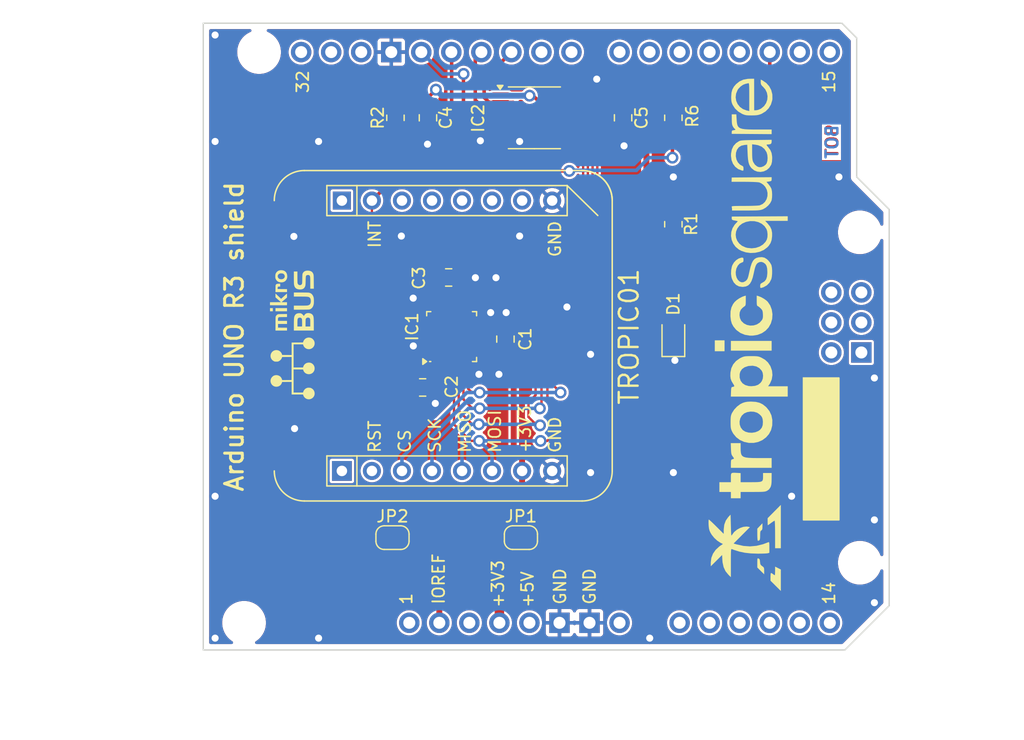
<source format=kicad_pcb>
(kicad_pcb (version 20241229) (generator "pcbnew") (generator_version "9.0")
  (layers (0 "F.Cu" signal) (2 "B.Cu" signal) (13 "F.Paste" user) (15 "B.Paste" user) (5 "F.SilkS" user "F.Silkscreen") (7 "B.SilkS" user "B.Silkscreen") (1 "F.Mask" user) (3 "B.Mask" user) (25 "Edge.Cuts" user))
  (net 0 "")
  (net 1 "/5V_SPI_MOSI")
  (net 2 "Net-(JP1-A)")
  (net 3 "/5V_SPI_MISO")
  (net 4 "GND")
  (net 6 "/5V_SPI_CS")
  (net 7 "/VCC_SPI_IO")
  (net 15 "/GPO")
  (net 17 "VCC")
  (net 18 "Net-(JP2-B)")
  (net 21 "/5V_SPI_SCK")
  (net 23 "/SPI_SCK")
  (net 33 "/SPI_MOSI")
  (net 34 "/SPI_CS")
  (net 35 "/SPI_MISO")
  (net 37 "Net-(D1-A)")
  (net 60 "/5V_INT")
  (footprint "Capacitor_SMD:C_0805_2012Metric_Pad1.18x1.45mm_HandSolder" (layer "F.Cu") (at 140.75 91.5 180)
    (property "Reference" "C3" (at 2.52 -0.05 90) (layer "F.SilkS"))
    (property "Value" "100n")
    (pad "1" smd roundrect (at -1.0375 0 180) (size 1.175 1.45) (layers "F.Cu" "F.Mask" "F.Paste") (roundrect_rratio 0.212766) (net 4 "GND"))
    (pad "2" smd roundrect (at 1.0375 0 180) (size 1.175 1.45) (layers "F.Cu" "F.Mask" "F.Paste") (roundrect_rratio 0.212766) (net 17 "VCC"))
  )
  (footprint "Capacitor_SMD:C_0805_2012Metric_Pad1.18x1.45mm_HandSolder" (layer "F.Cu") (at 139 78 -90)
    (property "Reference" "C4" (at 0 -1.5 90) (layer "F.SilkS"))
    (property "Value" "100n")
    (pad "1" smd roundrect (at -1.0375 0 270) (size 1.175 1.45) (layers "F.Cu" "F.Mask" "F.Paste") (roundrect_rratio 0.212766) (net 7 "/VCC_SPI_IO"))
    (pad "2" smd roundrect (at 1.0375 0 270) (size 1.175 1.45) (layers "F.Cu" "F.Mask" "F.Paste") (roundrect_rratio 0.212766) (net 4 "GND"))
  )
  (footprint "Capacitor_SMD:C_0805_2012Metric_Pad1.18x1.45mm_HandSolder" (layer "F.Cu") (at 138.55 100.8 180)
    (property "Reference" "C2" (at -2.45 0.05 90) (layer "F.SilkS"))
    (property "Value" "100n")
    (pad "1" smd roundrect (at -1.0375 0 180) (size 1.175 1.45) (layers "F.Cu" "F.Mask" "F.Paste") (roundrect_rratio 0.212766) (net 4 "GND"))
    (pad "2" smd roundrect (at 1.0375 0 180) (size 1.175 1.45) (layers "F.Cu" "F.Mask" "F.Paste") (roundrect_rratio 0.212766) (net 17 "VCC"))
  )
  (footprint "Capacitor_SMD:C_0805_2012Metric_Pad1.18x1.45mm_HandSolder" (layer "F.Cu") (at 145.55 96.7125 -90)
    (property "Reference" "C1" (at 0 -1.68 90) (layer "F.SilkS"))
    (property "Value" "100n")
    (pad "1" smd roundrect (at -1.0375 0 270) (size 1.175 1.45) (layers "F.Cu" "F.Mask" "F.Paste") (roundrect_rratio 0.212766) (net 4 "GND"))
    (pad "2" smd roundrect (at 1.0375 0 270) (size 1.175 1.45) (layers "F.Cu" "F.Mask" "F.Paste") (roundrect_rratio 0.212766) (net 17 "VCC"))
  )
  (footprint "ts_logo:tropicsquare_logo" (layer "F.Cu") (at 165.584381 96.281763 90)
    (property "Reference" "G1" (hide yes))
    (property "Value" "logo" (hide yes))
  )
  (footprint "_mechanical:SolderJumper-2_P1.3mm_Bridged" (layer "F.Cu") (at 146.86 113.5)
    (property "Reference" "JP1" (at 0 -1.8 0) (layer "F.SilkS"))
    (property "Value" "SolderJumper_2_Bridged" (hide yes))
    (fp_poly (pts (xy -0.25 -0.1) (xy 0.25 -0.1) (xy 0.25 0.1) (xy -0.25 0.1)) (fill yes) (layer "F.Cu"))
    (pad "1" smd custom (at -0.6 0) (size 1 0.5) (layers "F.Cu" "F.Mask") (net 2 "Net-(JP1-A)") (options (clearance outline) (anchor rect)) (primitives (gr_circle (center 0 0.25) (end 0.5 0.25) (width 0) (fill yes)) (gr_circle (center 0 -0.25) (end 0.5 -0.25) (width 0) (fill yes)) (gr_poly (pts (xy 0.5 0.75) (xy 0 0.75) (xy 0 -0.75) (xy 0.5 -0.75)) (width 0) (fill yes))))
    (pad "2" smd custom (at 0.6 0) (size 1 0.5) (layers "F.Cu" "F.Mask") (net 17 "VCC") (options (clearance outline) (anchor rect)) (primitives (gr_circle (center 0 0.25) (end 0.5 0.25) (width 0) (fill yes)) (gr_circle (center 0 -0.25) (end 0.5 -0.25) (width 0) (fill yes)) (gr_poly (pts (xy 0 0.75) (xy -0.5 0.75) (xy -0.5 -0.75) (xy 0 -0.75)) (width 0) (fill yes))))
  )
  (footprint "ts_mikrobus:TROPIC01_mikrobus" (layer "F.Cu") (at 131.72 107.86 90)
    (property "Reference" "CON1" (hide yes))
    (property "Value" "TROPIC01" (at 11.36 24.28 90) (layer "F.SilkS") (effects (font (size 1.6 1.6) (thickness 0.2))))
    (fp_text user "GND" (at 3.063809 18.015 90) (layer "F.SilkS"))
    (fp_text user "MOSI" (at 3.349524 12.935 90) (layer "F.SilkS"))
    (fp_text user "INT" (at 19.997534 2.775 90) (layer "F.SilkS"))
    (fp_text user "+3V3" (at 3.54 15.475 90) (layer "F.SilkS"))
    (fp_text user "RST" (at 2.897143 2.775 90) (layer "F.SilkS"))
    (fp_text user "GND" (at 19.616581 18.015 90) (layer "F.SilkS"))
    (fp_text user "MISO" (at 3.349524 10.395 90) (layer "F.SilkS"))
    (fp_text user "CS" (at 2.51619 5.315 90) (layer "F.SilkS"))
    (fp_text user "SCK" (at 3.01619 7.855 90) (layer "F.SilkS"))
    (pad "P1" thru_hole rect (at 0 0 90) (size 1.6764 1.6764) (drill 0.889) (layers "*.Cu" "*.Mask"))
    (pad "P2" thru_hole circle (at 0 2.54 90) (size 1.524 1.524) (drill 0.889) (layers "*.Cu" "*.Mask"))
    (pad "P3" thru_hole circle (at 0 5.08 90) (size 1.524 1.524) (drill 0.889) (layers "*.Cu" "*.Mask") (net 34 "/SPI_CS"))
    (pad "P4" thru_hole circle (at 0 7.62 90) (size 1.524 1.524) (drill 0.889) (layers "*.Cu" "*.Mask") (net 23 "/SPI_SCK"))
    (pad "P5" thru_hole circle (at 0 10.16 90) (size 1.524 1.524) (drill 0.889) (layers "*.Cu" "*.Mask") (net 35 "/SPI_MISO"))
    (pad "P6" thru_hole circle (at 0 12.7 90) (size 1.524 1.524) (drill 0.889) (layers "*.Cu" "*.Mask") (net 33 "/SPI_MOSI"))
    (pad "P7" thru_hole circle (at 0 15.24 90) (size 1.524 1.524) (drill 0.889) (layers "*.Cu" "*.Mask") (net 17 "VCC"))
    (pad "P8" thru_hole circle (at 0 17.78 90) (size 1.524 1.524) (drill 0.889) (layers "*.Cu" "*.Mask") (net 4 "GND"))
    (pad "P9" thru_hole circle (at 22.86 17.78 90) (size 1.524 1.524) (drill 0.889) (layers "*.Cu" "*.Mask") (net 4 "GND"))
    (pad "P10" thru_hole circle (at 22.86 15.24 90) (size 1.524 1.524) (drill 0.889) (layers "*.Cu" "*.Mask"))
    (pad "P11" thru_hole circle (at 22.86 12.7 90) (size 1.524 1.524) (drill 0.889) (layers "*.Cu" "*.Mask"))
    (pad "P12" thru_hole circle (at 22.86 10.16 90) (size 1.524 1.524) (drill 0.889) (layers "*.Cu" "*.Mask"))
    (pad "P13" thru_hole circle (at 22.86 7.62 90) (size 1.524 1.524) (drill 0.889) (layers "*.Cu" "*.Mask"))
    (pad "P14" thru_hole circle (at 22.86 5.08 90) (size 1.524 1.524) (drill 0.889) (layers "*.Cu" "*.Mask"))
    (pad "P15" thru_hole circle (at 22.86 2.54 90) (size 1.524 1.524) (drill 0.889) (layers "*.Cu" "*.Mask") (net 15 "/GPO"))
    (pad "P16" thru_hole rect (at 22.86 0 90) (size 1.524 1.524) (drill 0.889) (layers "*.Cu" "*.Mask"))
  )
  (footprint "Resistor_SMD:R_0805_2012Metric_Pad1.20x1.40mm_HandSolder" (layer "F.Cu") (at 136.25 78 90)
    (property "Reference" "R2" (at 0 -1.5 90) (layer "F.SilkS"))
    (property "Value" "47k")
    (pad "1" smd roundrect (at -1 0 90) (size 1.2 1.4) (layers "F.Cu" "F.Mask" "F.Paste") (roundrect_rratio 0.208333) (net 6 "/5V_SPI_CS"))
    (pad "2" smd roundrect (at 1 0 90) (size 1.2 1.4) (layers "F.Cu" "F.Mask" "F.Paste") (roundrect_rratio 0.208333) (net 7 "/VCC_SPI_IO"))
  )
  (footprint "shields:Arduino_Uno_R3_Shield" (layer "F.Cu") (at 109.479881 123.2425)
    (property "Reference" "Shield1" (hide yes))
    (property "Value" "Arduino_Uno_R3_Shield")
    (pad "" np_thru_hole circle (at 13.97 -2.54) (size 3.2 3.2) (drill 3.2) (layers "*.Cu" "*.Mask"))
    (pad "" np_thru_hole circle (at 15.24 -50.8) (size 3.2 3.2) (drill 3.2) (layers "*.Cu" "*.Mask"))
    (pad "" thru_hole oval (at 27.94 -2.54) (size 1.7272 1.7272) (drill 1.016) (layers "*.Cu" "*.Mask"))
    (pad "" np_thru_hole circle (at 66.04 -35.56) (size 3.2 3.2) (drill 3.2) (layers "*.Cu" "*.Mask"))
    (pad "" np_thru_hole circle (at 66.04 -7.62) (size 3.2 3.2) (drill 3.2) (layers "*.Cu" "*.Mask"))
    (pad "3V3" thru_hole oval (at 35.56 -2.54) (size 1.7272 1.7272) (drill 1.016) (layers "*.Cu" "*.Mask") (net 2 "Net-(JP1-A)"))
    (pad "5V1" thru_hole oval (at 38.1 -2.54) (size 1.7272 1.7272) (drill 1.016) (layers "*.Cu" "*.Mask"))
    (pad "5V2" thru_hole oval (at 66.167 -30.48) (size 1.7272 1.7272) (drill 1.016) (layers "*.Cu" "*.Mask"))
    (pad "A0" thru_hole oval (at 50.8 -2.54) (size 1.7272 1.7272) (drill 1.016) (layers "*.Cu" "*.Mask"))
    (pad "A1" thru_hole oval (at 53.34 -2.54) (size 1.7272 1.7272) (drill 1.016) (layers "*.Cu" "*.Mask"))
    (pad "A2" thru_hole oval (at 55.88 -2.54) (size 1.7272 1.7272) (drill 1.016) (layers "*.Cu" "*.Mask"))
    (pad "A3" thru_hole oval (at 58.42 -2.54) (size 1.7272 1.7272) (drill 1.016) (layers "*.Cu" "*.Mask"))
    (pad "A4" thru_hole oval (at 60.96 -2.54) (size 1.7272 1.7272) (drill 1.016) (layers "*.Cu" "*.Mask"))
    (pad "A5" thru_hole oval (at 63.5 -2.54) (size 1.7272 1.7272) (drill 1.016) (layers "*.Cu" "*.Mask"))
    (pad "AREF" thru_hole oval (at 23.876 -50.8) (size 1.7272 1.7272) (drill 1.016) (layers "*.Cu" "*.Mask"))
    (pad "D0" thru_hole oval (at 63.5 -50.8) (size 1.7272 1.7272) (drill 1.016) (layers "*.Cu" "*.Mask"))
    (pad "D1" thru_hole oval (at 60.96 -50.8) (size 1.7272 1.7272) (drill 1.016) (layers "*.Cu" "*.Mask"))
    (pad "D2" thru_hole oval (at 58.42 -50.8) (size 1.7272 1.7272) (drill 1.016) (layers "*.Cu" "*.Mask") (net 60 "/5V_INT"))
    (pad "D3" thru_hole oval (at 55.88 -50.8) (size 1.7272 1.7272) (drill 1.016) (layers "*.Cu" "*.Mask"))
    (pad "D4" thru_hole oval (at 53.34 -50.8) (size 1.7272 1.7272) (drill 1.016) (layers "*.Cu" "*.Mask"))
    (pad "D5" thru_hole oval (at 50.8 -50.8) (size 1.7272 1.7272) (drill 1.016) (layers "*.Cu" "*.Mask"))
    (pad "D6" thru_hole oval (at 48.26 -50.8) (size 1.7272 1.7272) (drill 1.016) (layers "*.Cu" "*.Mask"))
    (pad "D7" thru_hole oval (at 45.72 -50.8) (size 1.7272 1.7272) (drill 1.016) (layers "*.Cu" "*.Mask"))
    (pad "D8" thru_hole oval (at 41.656 -50.8) (size 1.7272 1.7272) (drill 1.016) (layers "*.Cu" "*.Mask"))
    (pad "D9" thru_hole oval (at 39.116 -50.8) (size 1.7272 1.7272) (drill 1.016) (layers "*.Cu" "*.Mask"))
    (pad "D10" thru_hole oval (at 36.576 -50.8) (size 1.7272 1.7272) (drill 1.016) (layers "*.Cu" "*.Mask") (net 6 "/5V_SPI_CS"))
    (pad "D11" thru_hole oval (at 34.036 -50.8) (size 1.7272 1.7272) (drill 1.016) (layers "*.Cu" "*.Mask") (net 1 "/5V_SPI_MOSI"))
    (pad "D12" thru_hole oval (at 31.496 -50.8) (size 1.7272 1.7272) (drill 1.016) (layers "*.Cu" "*.Mask") (net 3 "/5V_SPI_MISO"))
    (pad "D13" thru_hole oval (at 28.956 -50.8) (size 1.7272 1.7272) (drill 1.016) (layers "*.Cu" "*.Mask") (net 21 "/5V_SPI_SCK"))
    (pad "GND1" thru_hole rect (at 26.416 -50.8) (size 1.7272 1.7272) (drill 1.016) (layers "*.Cu" "*.Mask") (net 4 "GND"))
    (pad "GND2" thru_hole rect (at 40.64 -2.54) (size 1.7272 1.7272) (drill 1.016) (layers "*.Cu" "*.Mask") (net 4 "GND"))
    (pad "GND3" thru_hole rect (at 43.18 -2.54) (size 1.7272 1.7272) (drill 1.016) (layers "*.Cu" "*.Mask") (net 4 "GND"))
    (pad "GND4" thru_hole rect (at 66.167 -25.4) (size 1.7272 1.7272) (drill 1.016) (layers "*.Cu" "*.Mask"))
    (pad "IORF" thru_hole oval (at 30.48 -2.54) (size 1.7272 1.7272) (drill 1.016) (layers "*.Cu" "*.Mask") (net 18 "Net-(JP2-B)"))
    (pad "MISO" thru_hole oval (at 63.627 -30.48) (size 1.7272 1.7272) (drill 1.016) (layers "*.Cu" "*.Mask"))
    (pad "MOSI" thru_hole oval (at 66.167 -27.94) (size 1.7272 1.7272) (drill 1.016) (layers "*.Cu" "*.Mask"))
    (pad "RST1" thru_hole oval (at 33.02 -2.54) (size 1.7272 1.7272) (drill 1.016) (layers "*.Cu" "*.Mask"))
    (pad "RST2" thru_hole oval (at 63.627 -25.4) (size 1.7272 1.7272) (drill 1.016) (layers "*.Cu" "*.Mask"))
    (pad "SCK" thru_hole oval (at 63.627 -27.94) (size 1.7272 1.7272) (drill 1.016) (layers "*.Cu" "*.Mask"))
    (pad "SCL" thru_hole oval (at 18.796 -50.8) (size 1.7272 1.7272) (drill 1.016) (layers "*.Cu" "*.Mask"))
    (pad "SDA" thru_hole oval (at 21.336 -50.8) (size 1.7272 1.7272) (drill 1.016) (layers "*.Cu" "*.Mask"))
    (pad "VIN" thru_hole oval (at 45.72 -2.54) (size 1.7272 1.7272) (drill 1.016) (layers "*.Cu" "*.Mask"))
  )
  (footprint "Resistor_SMD:R_0805_2012Metric_Pad1.20x1.40mm_HandSolder" (layer "F.Cu") (at 159.75 87 90)
    (property "Reference" "R1" (at 0 1.5 90) (layer "F.SilkS"))
    (property "Value" "1k")
    (pad "1" smd roundrect (at -1 0 90) (size 1.2 1.4) (layers "F.Cu" "F.Mask" "F.Paste") (roundrect_rratio 0.208333) (net 37 "Net-(D1-A)"))
    (pad "2" smd roundrect (at 1 0 90) (size 1.2 1.4) (layers "F.Cu" "F.Mask" "F.Paste") (roundrect_rratio 0.208333) (net 17 "VCC"))
  )
  (footprint "Fiducial:Fiducial_0.5mm_Mask1mm" (layer "F.Cu") (at 124.75 78.25 90)
    (property "Reference" "FID1" (hide yes))
    (property "Value" "Fiducial" (hide yes))
    (pad "" smd circle (at 0 0 90) (size 0.5 0.5) (layers "F.Cu" "F.Mask") (clearance 0.25))
  )
  (footprint "LED_SMD:LED_0805_2012Metric" (layer "F.Cu") (at 159.75 96.5 90)
    (property "Reference" "D1" (at 2.75 0 90) (layer "F.SilkS"))
    (property "Value" "LED_G")
    (pad "1" smd roundrect (at -0.9375 0 90) (size 0.975 1.4) (layers "F.Cu" "F.Mask" "F.Paste") (net 4 "GND"))
    (pad "2" smd roundrect (at 0.9375 0 90) (size 0.975 1.4) (layers "F.Cu" "F.Mask" "F.Paste") (net 37 "Net-(D1-A)"))
  )
  (footprint "Capacitor_SMD:C_0805_2012Metric_Pad1.18x1.45mm_HandSolder" (layer "F.Cu") (at 155.5 78 90)
    (property "Reference" "C5" (at 0 1.55 90) (layer "F.SilkS"))
    (property "Value" "100n")
    (pad "1" smd roundrect (at -1.0375 0 90) (size 1.175 1.45) (layers "F.Cu" "F.Mask" "F.Paste") (roundrect_rratio 0.212766) (net 4 "GND"))
    (pad "2" smd roundrect (at 1.0375 0 90) (size 1.175 1.45) (layers "F.Cu" "F.Mask" "F.Paste") (roundrect_rratio 0.212766) (net 17 "VCC"))
  )
  (footprint "Package_SO:TSSOP-14_4.4x5mm_P0.65mm" (layer "F.Cu") (at 148 78)
    (property "Reference" "IC2" (at -4.76 0.04 90) (layer "F.SilkS"))
    (property "Value" "TXU0304PWR")
    (pad "1" smd roundrect (at -2.8625 -1.95) (size 1.475 0.4) (layers "F.Cu" "F.Mask" "F.Paste") (net 7 "/VCC_SPI_IO"))
    (pad "2" smd roundrect (at -2.8625 -1.3) (size 1.475 0.4) (layers "F.Cu" "F.Mask" "F.Paste") (net 6 "/5V_SPI_CS"))
    (pad "3" smd roundrect (at -2.8625 -0.65) (size 1.475 0.4) (layers "F.Cu" "F.Mask" "F.Paste") (net 1 "/5V_SPI_MOSI"))
    (pad "4" smd roundrect (at -2.8625 0) (size 1.475 0.4) (layers "F.Cu" "F.Mask" "F.Paste") (net 21 "/5V_SPI_SCK"))
    (pad "5" smd roundrect (at -2.8625 0.65) (size 1.475 0.4) (layers "F.Cu" "F.Mask" "F.Paste") (net 3 "/5V_SPI_MISO"))
    (pad "6" smd roundrect (at -2.8625 1.3) (size 1.475 0.4) (layers "F.Cu" "F.Mask" "F.Paste"))
    (pad "7" smd roundrect (at -2.8625 1.95) (size 1.475 0.4) (layers "F.Cu" "F.Mask" "F.Paste") (net 4 "GND"))
    (pad "8" smd roundrect (at 2.8625 1.95) (size 1.475 0.4) (layers "F.Cu" "F.Mask" "F.Paste") (net 7 "/VCC_SPI_IO"))
    (pad "9" smd roundrect (at 2.8625 1.3) (size 1.475 0.4) (layers "F.Cu" "F.Mask" "F.Paste"))
    (pad "10" smd roundrect (at 2.8625 0.65) (size 1.475 0.4) (layers "F.Cu" "F.Mask" "F.Paste") (net 35 "/SPI_MISO"))
    (pad "11" smd roundrect (at 2.8625 0) (size 1.475 0.4) (layers "F.Cu" "F.Mask" "F.Paste") (net 23 "/SPI_SCK"))
    (pad "12" smd roundrect (at 2.8625 -0.65) (size 1.475 0.4) (layers "F.Cu" "F.Mask" "F.Paste") (net 33 "/SPI_MOSI"))
    (pad "13" smd roundrect (at 2.8625 -1.3) (size 1.475 0.4) (layers "F.Cu" "F.Mask" "F.Paste") (net 34 "/SPI_CS"))
    (pad "14" smd roundrect (at 2.8625 -1.95) (size 1.475 0.4) (layers "F.Cu" "F.Mask" "F.Paste") (net 17 "VCC"))
  )
  (footprint "Resistor_SMD:R_0805_2012Metric_Pad1.20x1.40mm_HandSolder" (layer "F.Cu") (at 159.75 78 90)
    (property "Reference" "R6" (at 0.15 1.6 90) (layer "F.SilkS"))
    (property "Value" "1k")
    (pad "1" smd roundrect (at -1 0 90) (size 1.2 1.4) (layers "F.Cu" "F.Mask" "F.Paste") (roundrect_rratio 0.208333) (net 15 "/GPO"))
    (pad "2" smd roundrect (at 1 0 90) (size 1.2 1.4) (layers "F.Cu" "F.Mask" "F.Paste") (roundrect_rratio 0.208333) (net 60 "/5V_INT"))
  )
  (footprint "tropic01_chip:QFN-32-1EP_4x4mm_P0.4mm_EP2.65x2.65mm" (layer "F.Cu") (at 141 96.5 90)
    (property "Reference" "IC1" (at 0.83 -3.34 90) (layer "F.SilkS"))
    (property "Value" "TROPIC01_chip")
    (pad "1" smd custom (at -1.95 -1.4 90) (size 0.129289 0.129289) (layers "F.Cu" "F.Mask" "F.Paste") (net 17 "VCC") (options (clearance outline) (anchor circle)) (primitives (gr_poly (pts (xy -0.35 -0.05) (xy 0.279289 -0.05) (xy 0.35 0.020711) (xy 0.35 0.05) (xy -0.35 0.05)) (width 0.1) (fill yes))))
    (pad "2" smd roundrect (at -1.95 -1 90) (size 0.8 0.2) (layers "F.Cu" "F.Mask" "F.Paste") (net 4 "GND"))
    (pad "3" smd roundrect (at -1.95 -0.6 90) (size 0.8 0.2) (layers "F.Cu" "F.Mask" "F.Paste") (net 4 "GND"))
    (pad "4" smd roundrect (at -1.95 -0.2 90) (size 0.8 0.2) (layers "F.Cu" "F.Mask" "F.Paste") (net 15 "/GPO"))
    (pad "5" smd roundrect (at -1.95 0.2 90) (size 0.8 0.2) (layers "F.Cu" "F.Mask" "F.Paste") (net 33 "/SPI_MOSI"))
    (pad "6" smd roundrect (at -1.95 0.6 90) (size 0.8 0.2) (layers "F.Cu" "F.Mask" "F.Paste") (net 35 "/SPI_MISO"))
    (pad "7" smd roundrect (at -1.95 1 90) (size 0.8 0.2) (layers "F.Cu" "F.Mask" "F.Paste") (net 23 "/SPI_SCK"))
    (pad "8" smd custom (at -1.95 1.4 90) (size 0.129289 0.129289) (layers "F.Cu" "F.Mask" "F.Paste") (net 34 "/SPI_CS") (options (clearance outline) (anchor circle)) (primitives (gr_poly (pts (xy -0.35 -0.05) (xy 0.35 -0.05) (xy 0.35 -0.020711) (xy 0.279289 0.05) (xy -0.35 0.05)) (width 0.1) (fill yes))))
    (pad "9" smd custom (at -1.4 1.95 90) (size 0.129289 0.129289) (layers "F.Cu" "F.Mask" "F.Paste") (net 4 "GND") (options (clearance outline) (anchor circle)) (primitives (gr_poly (pts (xy -0.05 -0.279289) (xy 0.020711 -0.35) (xy 0.05 -0.35) (xy 0.05 0.35) (xy -0.05 0.35)) (width 0.1) (fill yes))))
    (pad "10" smd roundrect (at -1 1.95 90) (size 0.2 0.8) (layers "F.Cu" "F.Mask" "F.Paste") (net 4 "GND"))
    (pad "11" smd roundrect (at -0.6 1.95 90) (size 0.2 0.8) (layers "F.Cu" "F.Mask" "F.Paste") (net 17 "VCC"))
    (pad "12" smd roundrect (at -0.2 1.95 90) (size 0.2 0.8) (layers "F.Cu" "F.Mask" "F.Paste") (net 4 "GND"))
    (pad "13" smd roundrect (at 0.2 1.95 90) (size 0.2 0.8) (layers "F.Cu" "F.Mask" "F.Paste"))
    (pad "14" smd roundrect (at 0.6 1.95 90) (size 0.2 0.8) (layers "F.Cu" "F.Mask" "F.Paste"))
    (pad "15" smd roundrect (at 1 1.95 90) (size 0.2 0.8) (layers "F.Cu" "F.Mask" "F.Paste"))
    (pad "16" smd custom (at 1.4 1.95 90) (size 0.129289 0.129289) (layers "F.Cu" "F.Mask" "F.Paste") (options (clearance outline) (anchor circle)) (primitives (gr_poly (pts (xy -0.05 -0.35) (xy -0.020711 -0.35) (xy 0.05 -0.279289) (xy 0.05 0.35) (xy -0.05 0.35)) (width 0.1) (fill yes))))
    (pad "17" smd custom (at 1.95 1.4 90) (size 0.129289 0.129289) (layers "F.Cu" "F.Mask" "F.Paste") (options (clearance outline) (anchor circle)) (primitives (gr_poly (pts (xy -0.35 -0.05) (xy 0.35 -0.05) (xy 0.35 0.05) (xy -0.279289 0.05) (xy -0.35 -0.020711)) (width 0.1) (fill yes))))
    (pad "18" smd roundrect (at 1.95 1 90) (size 0.8 0.2) (layers "F.Cu" "F.Mask" "F.Paste"))
    (pad "19" smd roundrect (at 1.95 0.6 90) (size 0.8 0.2) (layers "F.Cu" "F.Mask" "F.Paste"))
    (pad "20" smd roundrect (at 1.95 0.2 90) (size 0.8 0.2) (layers "F.Cu" "F.Mask" "F.Paste"))
    (pad "21" smd roundrect (at 1.95 -0.2 90) (size 0.8 0.2) (layers "F.Cu" "F.Mask" "F.Paste"))
    (pad "22" smd roundrect (at 1.95 -0.6 90) (size 0.8 0.2) (layers "F.Cu" "F.Mask" "F.Paste") (net 17 "VCC"))
    (pad "23" smd roundrect (at 1.95 -1 90) (size 0.8 0.2) (layers "F.Cu" "F.Mask" "F.Paste") (net 4 "GND"))
    (pad "24" smd custom (at 1.95 -1.4 90) (size 0.129289 0.129289) (layers "F.Cu" "F.Mask" "F.Paste") (net 17 "VCC") (options (clearance outline) (anchor circle)) (primitives (gr_poly (pts (xy -0.35 0.020711) (xy -0.279289 -0.05) (xy 0.35 -0.05) (xy 0.35 0.05) (xy -0.35 0.05)) (width 0.1) (fill yes))))
    (pad "25" smd custom (at 1.4 -1.95 90) (size 0.129289 0.129289) (layers "F.Cu" "F.Mask" "F.Paste") (options (clearance outline) (anchor circle)) (primitives (gr_poly (pts (xy -0.05 -0.35) (xy 0.05 -0.35) (xy 0.05 0.279289) (xy -0.020711 0.35) (xy -0.05 0.35)) (width 0.1) (fill yes))))
    (pad "26" smd roundrect (at 1 -1.95 90) (size 0.2 0.8) (layers "F.Cu" "F.Mask" "F.Paste"))
    (pad "27" smd roundrect (at 0.6 -1.95 90) (size 0.2 0.8) (layers "F.Cu" "F.Mask" "F.Paste"))
    (pad "28" smd roundrect (at 0.2 -1.95 90) (size 0.2 0.8) (layers "F.Cu" "F.Mask" "F.Paste"))
    (pad "29" smd roundrect (at -0.2 -1.95 90) (size 0.2 0.8) (layers "F.Cu" "F.Mask" "F.Paste"))
    (pad "30" smd roundrect (at -0.6 -1.95 90) (size 0.2 0.8) (layers "F.Cu" "F.Mask" "F.Paste") (net 4 "GND"))
    (pad "31" smd roundrect (at -1 -1.95 90) (size 0.2 0.8) (layers "F.Cu" "F.Mask" "F.Paste") (net 4 "GND"))
    (pad "32" smd custom (at -1.4 -1.95 90) (size 0.129289 0.129289) (layers "F.Cu" "F.Mask" "F.Paste") (options (clearance outline) (anchor circle)) (primitives (gr_poly (pts (xy -0.05 -0.35) (xy 0.05 -0.35) (xy 0.05 0.35) (xy 0.020711 0.35) (xy -0.05 0.279289)) (width 0.1) (fill yes))))
    (pad "33" smd rect (at 0 0 90) (size 2.65 2.65) (property pad_prop_heatsink) (layers "F.Cu" "F.Mask") (net 4 "GND"))
  )
  (footprint "_mechanical:SolderJumper-2_P1.3mm_Bridged" (layer "F.Cu") (at 136 113.5)
    (property "Reference" "JP2" (at 0 -1.8 0) (layer "F.SilkS"))
    (property "Value" "SolderJumper_2_Bridged" (hide yes))
    (fp_poly (pts (xy -0.25 -0.1) (xy 0.25 -0.1) (xy 0.25 0.1) (xy -0.25 0.1)) (fill yes) (layer "F.Cu"))
    (pad "1" smd custom (at -0.6 0) (size 1 0.5) (layers "F.Cu" "F.Mask") (net 7 "/VCC_SPI_IO") (options (clearance outline) (anchor rect)) (primitives (gr_circle (center 0 0.25) (end 0.5 0.25) (width 0) (fill yes)) (gr_circle (center 0 -0.25) (end 0.5 -0.25) (width 0) (fill yes)) (gr_poly (pts (xy 0.5 0.75) (xy 0 0.75) (xy 0 -0.75) (xy 0.5 -0.75)) (width 0) (fill yes))))
    (pad "2" smd custom (at 0.6 0) (size 1 0.5) (layers "F.Cu" "F.Mask") (net 18 "Net-(JP2-B)") (options (clearance outline) (anchor rect)) (primitives (gr_circle (center 0 0.25) (end 0.5 0.25) (width 0) (fill yes)) (gr_circle (center 0 -0.25) (end 0.5 -0.25) (width 0) (fill yes)) (gr_poly (pts (xy 0 0.75) (xy -0.5 0.75) (xy -0.5 -0.75) (xy 0 -0.75)) (width 0) (fill yes))))
  )
  (gr_rect (start 170.75 100) (end 173.75 112) (stroke (width 0.12)) (fill yes) (layer "F.SilkS"))
  (gr_line (start 175.25 83) (end 178 85.75) (stroke (width 0.12)) (layer "Edge.Cuts"))
  (gr_line (start 120 123) (end 120 70) (stroke (width 0.12)) (layer "Edge.Cuts"))
  (gr_line (start 174.25 123) (end 120 123) (stroke (width 0.12)) (layer "Edge.Cuts"))
  (gr_line (start 174 70) (end 175.25 71.25) (stroke (width 0.12)) (layer "Edge.Cuts"))
  (gr_line (start 178 119.25) (end 174.25 123) (stroke (width 0.12)) (layer "Edge.Cuts"))
  (gr_line (start 120 70) (end 174 70) (stroke (width 0.12)) (layer "Edge.Cuts"))
  (gr_line (start 178 85.75) (end 178 119.25) (stroke (width 0.12)) (layer "Edge.Cuts"))
  (gr_line (start 175.25 71.25) (end 175.25 83) (stroke (width 0.12)) (layer "Edge.Cuts"))
  (gr_text "TOP" (at 173.75 81.5 90) (layer "F.Cu") (effects (font (size 1 1) (thickness 0.2) (bold yes)) (justify left bottom)))
  (gr_text "BOT" (at 173.75 78.5 90) (layer "B.Cu") (effects (font (size 1 1) (thickness 0.2) (bold yes)) (justify left bottom mirror)))
  (gr_text "1" (at 137.75 119.25 90) (layer "F.SilkS") (effects (font (size 1 1)) (justify left bottom)))
  (gr_text "IOREF" (at 140.49 119.23 90) (layer "F.SilkS") (effects (font (size 1 1)) (justify left bottom)))
  (gr_text "+3V3" (at 145.5 119.5 90) (layer "F.SilkS") (effects (font (size 1 1)) (justify left bottom)))
  (gr_text "Arduino UNO R3 shield" (at 123.5 96.5 90) (layer "F.SilkS") (effects (font (size 1.5 1.5) (thickness 0.25) (bold yes)) (justify bottom)))
  (gr_text "+5V" (at 148 119.5 90) (layer "F.SilkS") (effects (font (size 1 1)) (justify left bottom)))
  (gr_text "32" (at 129 76 90) (layer "F.SilkS") (effects (font (size 1 1)) (justify left bottom)))
  (gr_text "14" (at 173.5 119.25 90) (layer "F.SilkS") (effects (font (size 1 1)) (justify left bottom)))
  (gr_text "GND" (at 153.25 119.25 90) (layer "F.SilkS") (effects (font (size 1 1)) (justify left bottom)))
  (gr_text "GND" (at 150.75 119.25 90) (layer "F.SilkS") (effects (font (size 1 1)) (justify left bottom)))
  (gr_text "15" (at 173.5 76 90) (layer "F.SilkS") (effects (font (size 1 1)) (justify left bottom)))
  (segment (start 145.1375 77.35) (end 143.85 77.35) (width 0.3) (layer "F.Cu") (net 1))
  (segment (start 143 76.5) (end 143 72.958381) (width 0.3) (layer "F.Cu") (net 1))
  (segment (start 143.85 77.35) (end 143 76.5) (width 0.3) (layer "F.Cu") (net 1))
  (segment (start 143 72.958381) (end 143.515881 72.4425) (width 0.3) (layer "F.Cu") (net 1))
  (segment (start 145.039881 120.7025) (end 145.039881 114.210119) (width 0.8) (layer "F.Cu") (net 2))
  (segment (start 145.039881 114.210119) (end 145.75 113.5) (width 0.8) (layer "F.Cu") (net 2))
  (segment (start 145.75 113.5) (end 146.26 113.5) (width 0.8) (layer "F.Cu") (net 2))
  (segment (start 142.9 78.65) (end 141 76.75) (width 0.3) (layer "F.Cu") (net 3))
  (segment (start 141 72.466619) (end 140.975881 72.4425) (width 0.3) (layer "F.Cu") (net 3))
  (segment (start 141 76.75) (end 141 72.466619) (width 0.3) (layer "F.Cu") (net 3))
  (segment (start 145.1375 78.65) (end 142.9 78.65) (width 0.3) (layer "F.Cu") (net 3))
  (segment (start 140 95.5) (end 141 96.5) (width 0.2) (layer "F.Cu") (net 4))
  (segment (start 140.4 98.45) (end 140.4 97.1) (width 0.2) (layer "F.Cu") (net 4))
  (segment (start 141.2 96.7) (end 141 96.5) (width 0.2) (layer "F.Cu") (net 4))
  (segment (start 140 97.5) (end 141 96.5) (width 0.2) (layer "F.Cu") (net 4))
  (segment (start 140 93.37) (end 140.57 92.8) (width 0.2) (layer "F.Cu") (net 4))
  (segment (start 144.735 95.675) (end 145.55 95.675) (width 0.2) (layer "F.Cu") (net 4))
  (segment (start 140 98.45) (end 140 97.5) (width 0.2) (layer "F.Cu") (net 4))
  (segment (start 142.95 97.5) (end 143.6 97.5) (width 0.2) (layer "F.Cu") (net 4))
  (segment (start 139.05 97.5) (end 140 97.5) (width 0.2) (layer "F.Cu") (net 4))
  (segment (start 139.05 97.5) (end 137.97 97.5) (width 0.2) (layer "F.Cu") (net 4))
  (segment (start 143.63 97.9) (end 143.89 98.16) (width 0.2) (layer "F.Cu") (net 4))
  (segment (start 143.71 96.7) (end 144.735 95.675) (width 0.2) (layer "F.Cu") (net 4))
  (segment (start 142.95 96.7) (end 143.71 96.7) (width 0.2) (layer "F.Cu") (net 4))
  (segment (start 140.57 92.8) (end 141.42 92.8) (width 0.2) (layer "F.Cu") (net 4))
  (segment (start 142 97.5) (end 141 96.5) (width 0.2) (layer "F.Cu") (net 4))
  (segment (start 142.95 97.5) (end 142 97.5) (width 0.2) (layer "F.Cu") (net 4))
  (segment (start 140 94.55) (end 140 95.5) (width 0.2) (layer "F.Cu") (net 4))
  (segment (start 141.7875 92.4325) (end 141.7875 91.5) (width 0.2) (layer "F.Cu") (net 4))
  (segment (start 143.89 97.79) (end 143.89 98.16) (width 0.2) (layer "F.Cu") (net 4))
  (segment (start 143.6 97.5) (end 143.89 97.79) (width 0.2) (layer "F.Cu") (net 4))
  (segment (start 139.05 97.1) (end 137.95 97.1) (width 0.2) (layer "F.Cu") (net 4))
  (segment (start 143.89 98.16) (end 143.89 99.11) (width 0.2) (layer "F.Cu") (net 4))
  (segment (start 142.95 97.9) (end 143.63 97.9) (width 0.2) (layer "F.Cu") (net 4))
  (segment (start 143.89 99.11) (end 143.31 99.69) (width 0.2) (layer "F.Cu") (net 4))
  (segment (start 137.97 97.5) (end 137.76 97.29) (width 0.2) (layer "F.Cu") (net 4))
  (segment (start 140.4 98.45) (end 140.4 99.9875) (width 0.2) (layer "F.Cu") (net 4))
  (segment (start 140.4 97.1) (end 141 96.5) (width 0.2) (layer "F.Cu") (net 4))
  (segment (start 141.42 92.8) (end 141.7875 92.4325) (width 0.2) (layer "F.Cu") (net 4))
  (segment (start 137.95 97.1) (end 137.76 97.29) (width 0.2) (layer "F.Cu") (net 4))
  (segment (start 140.4 99.9875) (end 139.5875 100.8) (width 0.2) (layer "F.Cu") (net 4))
  (segment (start 140 98.45) (end 140 100.3875) (width 0.2) (layer "F.Cu") (net 4))
  (segment (start 139.05 97.1) (end 140.4 97.1) (width 0.2) (layer "F.Cu") (net 4))
  (segment (start 140 100.3875) (end 139.5875 100.8) (width 0.2) (layer "F.Cu") (net 4))
  (segment (start 142.09 97.59) (end 141 96.5) (width 0.2) (layer "F.Cu") (net 4))
  (segment (start 140 94.55) (end 140 93.37) (width 0.2) (layer "F.Cu") (net 4))
  (segment (start 142.95 96.7) (end 141.2 96.7) (width 0.2) (layer "F.Cu") (net 4))
  (via (at 127.72 104.28) (size 1) (drill 0.6) (layers "F.Cu" "B.Cu") (net 4))
  (via (at 146.75 88) (size 1) (drill 0.6) (layers "F.Cu" "B.Cu") (net 4))
  (via (at 152.75 98) (size 1) (drill 0.6) (layers "F.Cu" "B.Cu") (net 4))
  (via (at 145.61 94.47) (size 1) (drill 0.6) (layers "F.Cu" "B.Cu") (net 4))
  (via (at 155.58 80.37) (size 1) (drill 0.6) (layers "F.Cu" "B.Cu") (net 4))
  (via (at 137.76 97.29) (size 1) (drill 0.6) (layers "F.Cu" "B.Cu") (net 4))
  (via (at 173.75 83) (size 1) (drill 0.6) (layers "F.Cu" "B.Cu") (net 4))
  (via (at 169.75 110) (size 1) (drill 0.6) (layers "F.Cu" "B.Cu") (net 4))
  (via (at 159.75 108) (size 1) (drill 0.6) (layers "F.Cu" "B.Cu") (net 4))
  (via (at 121 110) (size 1) (drill 0.6) (layers "F.Cu" "B.Cu") (net 4))
  (via (at 121 122) (size 1) (drill 0.6) (layers "F.Cu" "B.Cu") (net 4))
  (via (at 152.75 108) (size 1) (drill 0.6) (layers "F.Cu" "B.Cu") (net 4))
  (via (at 138.96 80.23) (size 1) (drill 0.6) (layers "F.Cu" "B.Cu") (net 4))
  (via (at 146.75 80) (size 1) (drill 0.6) (layers "F.Cu" "B.Cu") (net 4))
  (via (at 121 71) (size 1) (drill 0.6) (layers "F.Cu" "B.Cu") (net 4))
  (via (at 144.75 91.52) (size 1) (drill 0.6) (layers "F.Cu" "B.Cu") (net 4))
  (via (at 143.01 91.52) (size 1) (drill 0.6) (layers "F.Cu" "B.Cu") (net 4))
  (via (at 159.88 98.51) (size 1) (drill 0.6) (layers "F.Cu" "B.Cu") (net 4))
  (via (at 129.75 80) (size 1) (drill 0.6) (layers "F.Cu" "B.Cu") (net 4))
  (via (at 157.75 122) (size 1) (drill 0.6) (layers "F.Cu" "B.Cu") (net 4))
  (via (at 153.27 74.73) (size 1) (drill 0.6) (layers "F.Cu" "B.Cu") (net 4))
  (via (at 176.75 119) (size 1) (drill 0.6) (layers "F.Cu" "B.Cu") (net 4))
  (via (at 159.75 83) (size 1) (drill 0.6) (layers "F.Cu" "B.Cu") (net 4))
  (via (at 144.3 94.47) (size 1) (drill 0.6) (layers "F.Cu" "B.Cu") (net 4))
  (via (at 143.31 99.69) (size 1) (drill 0.6) (layers "F.Cu" "B.Cu") (net 4))
  (via (at 129.75 122) (size 1) (drill 0.6) (layers "F.Cu" "B.Cu") (net 4))
  (via (at 176.75 112) (size 1) (drill 0.6) (layers "F.Cu" "B.Cu") (net 4))
  (via (at 139.62 102.15) (size 1) (drill 0.6) (layers "F.Cu" "B.Cu") (net 4))
  (via (at 143.43 79.94) (size 1) (drill 0.6) (layers "F.Cu" "B.Cu") (net 4))
  (via (at 176.75 100) (size 1) (drill 0.6) (layers "F.Cu" "B.Cu") (net 4))
  (via (at 150.75 94) (size 1) (drill 0.6) (layers "F.Cu" "B.Cu") (net 4))
  (via (at 136.75 88) (size 1) (drill 0.6) (layers "F.Cu" "B.Cu") (net 4))
  (via (at 127.66 88.03) (size 1) (drill 0.6) (layers "F.Cu" "B.Cu") (net 4))
  (via (at 137.75 93.25) (size 1) (drill 0.6) (layers "F.Cu" "B.Cu") (net 4))
  (via (at 145 99.69) (size 1) (drill 0.6) (layers "F.Cu" "B.Cu") (net 4))
  (via (at 121 80) (size 1) (drill 0.6) (layers "F.Cu" "B.Cu") (net 4))
  (segment (start 146.2 76.7) (end 147.78 78.28) (width 0.3) (layer "F.Cu") (net 6))
  (segment (start 146.87 81.34) (end 137.8 81.34) (width 0.3) (layer "F.Cu") (net 6))
  (segment (start 144.175 76.7) (end 143.75 76.275) (width 0.3) (layer "F.Cu") (net 6))
  (segment (start 137.8 81.34) (end 136.25 79.79) (width 0.3) (layer "F.Cu") (net 6))
  (segment (start 143.75 74.748381) (end 146.055881 72.4425) (width 0.3) (layer "F.Cu") (net 6))
  (segment (start 147.78 80.43) (end 146.87 81.34) (width 0.3) (layer "F.Cu") (net 6))
  (segment (start 145.1375 76.7) (end 144.175 76.7) (width 0.3) (layer "F.Cu") (net 6))
  (segment (start 136.25 79.79) (end 136.25 79) (width 0.3) (layer "F.Cu") (net 6))
  (segment (start 143.75 76.275) (end 143.75 74.748381) (width 0.3) (layer "F.Cu") (net 6))
  (segment (start 145.1375 76.7) (end 146.2 76.7) (width 0.3) (layer "F.Cu") (net 6))
  (segment (start 147.78 78.28) (end 147.78 80.43) (width 0.3) (layer "F.Cu") (net 6))
  (segment (start 149.71 79.95) (end 150.8625 79.95) (width 0.3) (layer "F.Cu") (net 7))
  (segment (start 135.4 113.5) (end 126.75 113.5) (width 0.5) (layer "F.Cu") (net 7))
  (segment (start 137.8175 75.78) (end 139 76.9625) (width 0.5) (layer "F.Cu") (net 7))
  (segment (start 148.96 79.2) (end 149.71 79.95) (width 0.3) (layer "F.Cu") (net 7))
  (segment (start 139.67 75.62) (end 139.65 75.64) (width 0.5) (layer "F.Cu") (net 7))
  (segment (start 124.75 111.5) (end 124.75 81.75) (width 0.5) (layer "F.Cu") (net 7))
  (segment (start 138.9625 77) (end 139 76.9625) (width 0.3) (layer "F.Cu") (net 7))
  (segment (start 124.75 81.75) (end 129.5 77) (width 0.5) (layer "F.Cu") (net 7))
  (segment (start 126.75 113.5) (end 124.75 111.5) (width 0.5) (layer "F.Cu") (net 7))
  (segment (start 148.96 77.2) (end 148.96 79.2) (width 0.3) (layer "F.Cu") (net 7))
  (segment (start 139.67 75.62) (end 139 76.29) (width 0.3) (layer "F.Cu") (net 7))
  (segment (start 134.36 75.64) (end 137.66 75.64) (width 0.5) (layer "F.Cu") (net 7))
  (segment (start 147.59 76.13) (end 147.89 76.13) (width 0.3) (layer "F.Cu") (net 7))
  (segment (start 133 77) (end 134.36 75.64) (width 0.5) (layer "F.Cu") (net 7))
  (segment (start 137.8 75.78) (end 137.8175 75.78) (width 0.5) (layer "F.Cu") (net 7))
  (segment (start 139 76.29) (end 139 76.9625) (width 0.3) (layer "F.Cu") (net 7))
  (segment (start 137.66 75.64) (end 137.8 75.78) (width 0.5) (layer "F.Cu") (net 7))
  (segment (start 136.25 77) (end 138.9625 77) (width 0.3) (layer "F.Cu") (net 7))
  (segment (start 145.2175 76.13) (end 145.1375 76.05) (width 0.3) (layer "F.Cu") (net 7))
  (segment (start 147.59 76.13) (end 145.2175 76.13) (width 0.3) (layer "F.Cu") (net 7))
  (segment (start 129.5 77) (end 133 77) (width 0.5) (layer "F.Cu") (net 7))
  (segment (start 147.89 76.13) (end 148.96 77.2) (width 0.3) (layer "F.Cu") (net 7))
  (via (at 147.59 76.13) (size 1) (drill 0.6) (layers "F.Cu" "B.Cu") (net 7))
  (via (at 139.67 75.62) (size 1) (drill 0.6) (layers "F.Cu" "B.Cu") (net 7))
  (segment (start 140.18 76.13) (end 147.59 76.13) (width 0.5) (layer "B.Cu") (net 7))
  (segment (start 139.67 75.62) (end 140.18 76.13) (width 0.5) (layer "B.Cu") (net 7))
  (segment (start 136.77 82.49) (end 150.95 82.49) (width 0.3) (layer "F.Cu") (net 15))
  (segment (start 140.8 102.101371) (end 139.631371 103.27) (width 0.2) (layer "F.Cu") (net 15))
  (segment (start 140.8 98.45) (end 140.8 102.101371) (width 0.2) (layer "F.Cu") (net 15))
  (segment (start 159.67 81.37) (end 159.67 79.08) (width 0.3) (layer "F.Cu") (net 15))
  (segment (start 139.631371 103.27) (end 136 103.27) (width 0.2) (layer "F.Cu") (net 15))
  (segment (start 134.26 101.53) (end 134.26 85) (width 0.2) (layer "F.Cu") (net 15))
  (segment (start 159.67 79.08) (end 159.75 79) (width 0.3) (layer "F.Cu") (net 15))
  (segment (start 134.26 85) (end 136.77 82.49) (width 0.3) (layer "F.Cu") (net 15))
  (segment (start 136 103.27) (end 134.26 101.53) (width 0.2) (layer "F.Cu") (net 15))
  (via (at 150.95 82.49) (size 1) (drill 0.6) (layers "F.Cu" "B.Cu") (net 15))
  (via (at 159.67 81.37) (size 1) (drill 0.6) (layers "F.Cu" "B.Cu") (net 15))
  (segment (start 156.62 82.44) (end 157.69 81.37) (width 0.3) (layer "B.Cu") (net 15))
  (segment (start 157.69 81.37) (end 159.67 81.37) (width 0.3) (layer "B.Cu") (net 15))
  (segment (start 151 82.44) (end 156.62 82.44) (width 0.3) (layer "B.Cu") (net 15))
  (segment (start 150.95 82.49) (end 151 82.44) (width 0.3) (layer "B.Cu") (net 15))
  (segment (start 145.53 97.77) (end 145.55 97.75) (width 0.5) (layer "F.Cu") (net 17))
  (segment (start 154.5875 76.05) (end 150.8625 76.05) (width 0.3) (layer "F.Cu") (net 17))
  (segment (start 148.91 112.78) (end 148.91 113.34) (width 0.8) (layer "F.Cu") (net 17))
  (segment (start 158.13 86.01) (end 157.53 86.61) (width 0.5) (layer "F.Cu") (net 17))
  (segment (start 157.53 109.01) (end 153.76 112.78) (width 0.5) (layer "F.Cu") (net 17))
  (segment (start 157.53 86.61) (end 157.53 109.01) (width 0.5) (layer "F.Cu") (net 17))
  (segment (start 137.5125 100.0875) (end 137.5125 100.8) (width 0.2) (layer "F.Cu") (net 17))
  (segment (start 140.4 93.68) (end 140.88 93.2) (width 0.2) (layer "F.Cu") (net 17))
  (segment (start 139.6 91.6125) (end 139.7125 91.5) (width 0.2) (layer "F.Cu") (net 17))
  (segment (start 158.5 86) (end 159.75 86) (width 0.5) (layer "F.Cu") (net 17))
  (segment (start 146.25 99.375) (end 147.22 98.405) (width 0.5) (layer "F.Cu") (net 17))
  (segment (start 147.22 97.78) (end 147.22 93.2) (width 0.5) (layer "F.Cu") (net 17))
  (segment (start 158.13 86.01) (end 157.47 85.35) (width 0.5) (layer "F.Cu") (net 17))
  (segment (start 146.96 109.57) (end 148.91 111.52) (width 0.5) (layer "F.Cu") (net 17))
  (segment (start 146.96 107.86) (end 146.96 109.57) (width 0.5) (layer "F.Cu") (net 17))
  (segment (start 147.22 93.2) (end 147.22 91.88) (width 0.5) (layer "F.Cu") (net 17))
  (segment (start 158.49 86.01) (end 158.5 86) (width 0.5) (layer "F.Cu") (net 17))
  (segment (start 139.7125 91.5) (end 139.7125 90.0075) (width 0.2) (layer "F.Cu") (net 17))
  (segment (start 148.91 111.52) (end 148.91 112.78) (width 0.5) (layer "F.Cu") (net 17))
  (segment (start 145.33 89.99) (end 139.73 89.99) (width 0.5) (layer "F.Cu") (net 17))
  (segment (start 147.19 97.75) (end 147.22 97.78) (width 0.2) (layer "F.Cu") (net 17))
  (segment (start 139.7125 90.0075) (end 139.73 89.99) (width 0.2) (layer "F.Cu") (net 17))
  (segment (start 139.73 89.99) (end 138.52 89.99) (width 0.5) (layer "F.Cu") (net 17))
  (segment (start 153.76 112.78) (end 148.91 112.78) (width 0.5) (layer "F.Cu") (net 17))
  (segment (start 146.25 105.87) (end 146.25 99.375) (width 0.5) (layer "F.Cu") (net 17))
  (segment (start 142.95 97.1) (end 143.77 97.1) (width 0.2) (layer "F.Cu") (net 17))
  (segment (start 140.4 94.55) (end 140.4 93.68) (width 0.2) (layer "F.Cu") (net 17))
  (segment (start 155.5 76.9625) (end 154.5875 76.05) (width 0.3) (layer "F.Cu") (net 17))
  (segment (start 146.96 107.86) (end 146.96 106.58) (width 0.5) (layer "F.Cu") (net 17))
  (segment (start 148.91 113.34) (end 148.75 113.5) (width 0.8) (layer "F.Cu") (net 17))
  (segment (start 147.22 91.88) (end 145.33 89.99) (width 0.5) (layer "F.Cu") (net 17))
  (segment (start 157.47 85.35) (end 157.47 77.78) (width 0.5) (layer "F.Cu") (net 17))
  (segment (start 147.22 98.405) (end 147.22 97.78) (width 0.5) (layer "F.Cu") (net 17))
  (segment (start 148.75 113.5) (end 147.46 113.5) (width 0.8) (layer "F.Cu") (net 17))
  (segment (start 158.13 86.01) (end 158.49 86.01) (width 0.5) (layer "F.Cu") (net 17))
  (segment (start 136.28 100.48) (end 136.6 100.8) (width 0.5) (layer "F.Cu") (net 17))
  (segment (start 140.88 93.2) (end 147.22 93.2) (width 0.2) (layer "F.Cu") (net 17))
  (segment (start 156.6525 76.9625) (end 155.5 76.9625) (width 0.5) (layer "F.Cu") (net 17))
  (segment (start 139.6 98.45) (end 139.6 99.12) (width 0.2) (layer "F.Cu") (net 17))
  (segment (start 146.96 106.58) (end 146.25 105.87) (width 0.5) (layer "F.Cu") (net 17))
  (segment (start 136.28 92.23) (end 136.28 100.48) (width 0.5) (layer "F.Cu") (net 17))
  (segment (start 144.42 97.75) (end 145.55 97.75) (width 0.2) (layer "F.Cu") (net 17))
  (segment (start 139.6 99.12) (end 139.23 99.49) (width 0.2) (layer "F.Cu") (net 17))
  (segment (start 138.52 89.99) (end 136.28 92.23) (width 0.5) (layer "F.Cu") (net 17))
  (segment (start 136.6 100.8) (end 137.5125 100.8) (width 0.5) (layer "F.Cu") (net 17))
  (segment (start 139.23 99.49) (end 138.11 99.49) (width 0.2) (layer "F.Cu") (net 17))
  (segment (start 143.77 97.1) (end 144.42 97.75) (width 0.2) (layer "F.Cu") (net 17))
  (segment (start 145.55 97.75) (end 147.19 97.75) (width 0.2) (layer "F.Cu") (net 17))
  (segment (start 139.6 94.55) (end 139.6 91.6125) (width 0.2) (layer "F.Cu") (net 17))
  (segment (start 157.47 77.78) (end 156.6525 76.9625) (width 0.5) (layer "F.Cu") (net 17))
  (segment (start 138.11 99.49) (end 137.5125 100.0875) (width 0.2) (layer "F.Cu") (net 17))
  (segment (start 138.25 113.5) (end 136.6 113.5) (width 0.5) (layer "F.Cu") (net 18))
  (segment (start 139.959881 120.7025) (end 139.959881 115.209881) (width 0.5) (layer "F.Cu") (net 18))
  (segment (start 139.959881 115.209881) (end 138.25 113.5) (width 0.5) (layer "F.Cu") (net 18))
  (segment (start 143.25 78) (end 145.1375 78) (width 0.3) (layer "F.Cu") (net 21))
  (segment (start 142.01 74.29) (end 142 74.3) (width 0.3) (layer "F.Cu") (net 21))
  (segment (start 142 74.3) (end 142 76.75) (width 0.3) (layer "F.Cu") (net 21))
  (segment (start 142 76.75) (end 143.25 78) (width 0.3) (layer "F.Cu") (net 21))
  (via (at 142.01 74.29) (size 1) (drill 0.6) (layers "F.Cu" "B.Cu") (net 21))
  (segment (start 140.283381 74.29) (end 138.435881 72.4425) (width 0.3) (layer "B.Cu") (net 21))
  (segment (start 142.01 74.29) (end 140.283381 74.29) (width 0.3) (layer "B.Cu") (net 21))
  (segment (start 152.52 78.920001) (end 151.599999 78) (width 0.2) (layer "F.Cu") (net 23))
  (segment (start 151.599999 78) (end 150.8625 78) (width 0.2) (layer "F.Cu") (net 23))
  (segment (start 148.46 102.57) (end 148.6 102.43) (width 0.2) (layer "F.Cu") (net 23))
  (segment (start 152.52 95.37) (end 152.52 78.920001) (width 0.2) (layer "F.Cu") (net 23))
  (segment (start 148.6 102.43) (end 148.6 99.29) (width 0.2) (layer "F.Cu") (net 23))
  (segment (start 142.76 102.57) (end 142 101.81) (width 0.2) (layer "F.Cu") (net 23))
  (segment (start 142 101.81) (end 142 98.45) (width 0.2) (layer "F.Cu") (net 23))
  (segment (start 148.6 99.29) (end 152.52 95.37) (width 0.2) (layer "F.Cu") (net 23))
  (segment (start 143.37 102.57) (end 142.76 102.57) (width 0.2) (layer "F.Cu") (net 23))
  (via (at 143.37 102.57) (size 1) (drill 0.6) (layers "F.Cu" "B.Cu") (net 23))
  (via (at 148.46 102.57) (size 1) (drill 0.6) (layers "F.Cu" "B.Cu") (net 23))
  (segment (start 142.43 102.57) (end 139.34 105.66) (width 0.3) (layer "B.Cu") (net 23))
  (segment (start 143.37 102.57) (end 142.43 102.57) (width 0.3) (layer "B.Cu") (net 23))
  (segment (start 148.46 102.57) (end 143.37 102.57) (width 0.3) (layer "B.Cu") (net 23))
  (segment (start 139.34 105.66) (end 139.34 107.86) (width 0.3) (layer "B.Cu") (net 23))
  (segment (start 143.33 105.32) (end 142.594314 105.32) (width 0.2) (layer "F.Cu") (net 33))
  (segment (start 152.92 95.535686) (end 152.92 78.670001) (width 0.2) (layer "F.Cu") (net 33))
  (segment (start 141.2 103.925686) (end 141.2 98.45) (width 0.2) (layer "F.Cu") (net 33))
  (segment (start 149.1 101.6) (end 149.1 99.355686) (width 0.2) (layer "F.Cu") (net 33))
  (segment (start 148.52 105.32) (end 149.09 105.32) (width 0.2) (layer "F.Cu") (net 33))
  (segment (start 152.92 78.670001) (end 151.599999 77.35) (width 0.2) (layer "F.Cu") (net 33))
  (segment (start 142.594314 105.32) (end 141.2 103.925686) (width 0.2) (layer "F.Cu") (net 33))
  (segment (start 144.31 107.86) (end 144.42 107.86) (width 0.2) (layer "F.Cu") (net 33))
  (segment (start 149.43 104.98) (end 149.43 101.93) (width 0.2) (layer "F.Cu") (net 33))
  (segment (start 149.43 101.93) (end 149.1 101.6) (width 0.2) (layer "F.Cu") (net 33))
  (segment (start 149.09 105.32) (end 149.43 104.98) (width 0.2) (layer "F.Cu") (net 33))
  (segment (start 149.1 99.355686) (end 152.92 95.535686) (width 0.2) (layer "F.Cu") (net 33))
  (segment (start 151.599999 77.35) (end 150.8625 77.35) (width 0.2) (layer "F.Cu") (net 33))
  (via (at 148.52 105.32) (size 1) (drill 0.6) (layers "F.Cu" "B.Cu") (net 33))
  (via (at 143.33 105.32) (size 1) (drill 0.6) (layers "F.Cu" "B.Cu") (net 33))
  (segment (start 143.33 105.32) (end 144.42 106.41) (width 0.3) (layer "B.Cu") (net 33))
  (segment (start 144.42 106.41) (end 144.42 107.86) (width 0.3) (layer "B.Cu") (net 33))
  (segment (start 148.52 105.32) (end 143.33 105.32) (width 0.3) (layer "B.Cu") (net 33))
  (segment (start 143.37 101.23) (end 142.72 101.23) (width 0.2) (layer "F.Cu") (net 34))
  (segment (start 142.72 101.23) (end 142.4 100.91) (width 0.2) (layer "F.Cu") (net 34))
  (segment (start 153.32 95.72) (end 153.32 78.501544) (width 0.2) (layer "F.Cu") (net 34))
  (segment (start 149.5 100.52) (end 149.5 99.54) (width 0.2) (layer "F.Cu") (net 34))
  (segment (start 149.5 99.54) (end 153.32 95.72) (width 0.2) (layer "F.Cu") (net 34))
  (segment (start 153.32 78.501544) (end 151.518456 76.7) (width 0.2) (layer "F.Cu") (net 34))
  (segment (start 150.21 101.23) (end 149.5 100.52) (width 0.2) (layer "F.Cu") (net 34))
  (segment (start 151.518456 76.7) (end 150.8625 76.7) (width 0.2) (layer "F.Cu") (net 34))
  (segment (start 142.4 100.91) (end 142.4 98.45) (width 0.2) (layer "F.Cu") (net 34))
  (via (at 143.37 101.23) (size 1) (drill 0.6) (layers "F.Cu" "B.Cu") (net 34))
  (via (at 150.21 101.23) (size 1) (drill 0.6) (layers "F.Cu" "B.Cu") (net 34))
  (segment (start 142.29 101.23) (end 136.8 106.72) (width 0.3) (layer "B.Cu") (net 34))
  (segment (start 143.37 101.23) (end 142.29 101.23) (width 0.3) (layer "B.Cu") (net 34))
  (segment (start 136.8 106.72) (end 136.8 107.86) (width 0.3) (layer "B.Cu") (net 34))
  (segment (start 150.21 101.23) (end 143.37 101.23) (width 0.3) (layer "B.Cu") (net 34))
  (segment (start 147.5 102.05) (end 148.1 101.45) (width 0.2) (layer "F.Cu") (net 35))
  (segment (start 148.475 104.005) (end 148.205 104.005) (width 0.2) (layer "F.Cu") (net 35))
  (segment (start 148.1 99.224314) (end 152.12 95.204314) (width 0.2) (layer "F.Cu") (net 35))
  (segment (start 152.12 79.170001) (end 151.599999 78.65) (width 0.2) (layer "F.Cu") (net 35))
  (segment (start 141.6 102.78) (end 141.6 98.45) (width 0.2) (layer "F.Cu") (net 35))
  (segment (start 142.74 103.92) (end 141.6 102.78) (width 0.2) (layer "F.Cu") (net 35))
  (segment (start 147.5 103.3) (end 147.5 102.05) (width 0.2) (layer "F.Cu") (net 35))
  (segment (start 148.205 104.005) (end 147.5 103.3) (width 0.2) (layer "F.Cu") (net 35))
  (segment (start 152.12 95.204314) (end 152.12 79.170001) (width 0.2) (layer "F.Cu") (net 35))
  (segment (start 148.1 101.45) (end 148.1 99.224314) (width 0.2) (layer "F.Cu") (net 35))
  (segment (start 143.3 103.92) (end 142.74 103.92) (width 0.2) (layer "F.Cu") (net 35))
  (segment (start 151.599999 78.65) (end 150.8625 78.65) (width 0.2) (layer "F.Cu") (net 35))
  (via (at 148.475 104.005) (size 1) (drill 0.6) (layers "F.Cu" "B.Cu") (net 35))
  (via (at 143.3 103.92) (size 1) (drill 0.6) (layers "F.Cu" "B.Cu") (net 35))
  (segment (start 148.39 103.92) (end 143.3 103.92) (width 0.3) (layer "B.Cu") (net 35))
  (segment (start 141.88 104.69) (end 141.88 107.86) (width 0.3) (layer "B.Cu") (net 35))
  (segment (start 142.65 103.92) (end 141.88 104.69) (width 0.3) (layer "B.Cu") (net 35))
  (segment (start 143.3 103.92) (end 142.65 103.92) (width 0.3) (layer "B.Cu") (net 35))
  (segment (start 148.475 104.005) (end 148.39 103.92) (width 0.3) (layer "B.Cu") (net 35))
  (segment (start 159.75 88) (end 159.75 95.5625) (width 0.3) (layer "F.Cu") (net 37))
  (segment (start 159.75 76.11) (end 160.76 75.1) (width 0.3) (layer "F.Cu") (net 60))
  (segment (start 167.899881 73.780119) (end 167.899881 72.4425) (width 0.3) (layer "F.Cu") (net 60))
  (segment (start 166.58 75.1) (end 167.899881 73.780119) (width 0.3) (layer "F.Cu") (net 60))
  (segment (start 160.76 75.1) (end 166.58 75.1) (width 0.3) (layer "F.Cu") (net 60))
  (segment (start 159.75 77) (end 159.75 76.11) (width 0.3) (layer "F.Cu") (net 60))
  (zone (net 4) (net_name "GND") (layers "F.Cu" "B.Cu") (connect_pads (clearance 0.2)) (min_thickness 0.25) (fill yes (thermal_gap 0.3) (thermal_bridge_width 0.3))
    (polygon (pts (xy 120 70.25) (xy 174 70.25) (xy 175 71.25) (xy 175 83.25) (xy 177.75 86) (xy 177.75 119) (xy 174.25 122.75) (xy 120 122.75)))
  )
)
</source>
